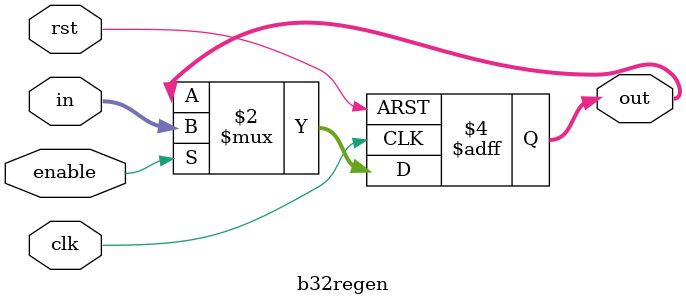
<source format=sv>
`timescale 1ns/1ns

module b32regen(input [31:0] in, input clk, rst, enable, output reg [31:0] out);
  always@(posedge clk, posedge rst) begin
    if(rst)
      out = 31'b0;
    else 
        if(enable)
          out <= in;
    end
endmodule




</source>
